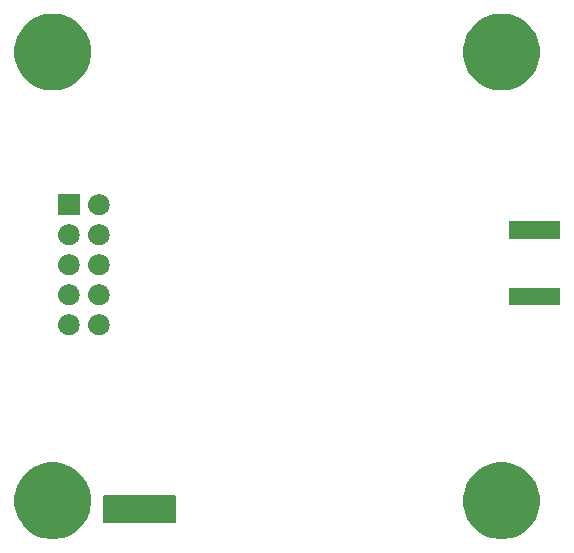
<source format=gbs>
G04 #@! TF.GenerationSoftware,KiCad,Pcbnew,(5.0.2)-1*
G04 #@! TF.CreationDate,2019-01-06T11:57:04+11:00*
G04 #@! TF.ProjectId,MAX2870_Dev_Rev_0,4d415832-3837-4305-9f44-65765f526576,rev?*
G04 #@! TF.SameCoordinates,Original*
G04 #@! TF.FileFunction,Soldermask,Bot*
G04 #@! TF.FilePolarity,Negative*
%FSLAX46Y46*%
G04 Gerber Fmt 4.6, Leading zero omitted, Abs format (unit mm)*
G04 Created by KiCad (PCBNEW (5.0.2)-1) date 6/01/2019 11:57:04*
%MOMM*%
%LPD*%
G01*
G04 APERTURE LIST*
%ADD10C,0.150000*%
%ADD11C,0.100000*%
G04 APERTURE END LIST*
D10*
G04 #@! TO.C,REF\002A\002A*
G36*
X65350000Y-108550000D02*
X71350000Y-108550000D01*
X71350000Y-110800000D01*
X65350000Y-110800000D01*
X65350000Y-108550000D01*
G37*
X65350000Y-108550000D02*
X71350000Y-108550000D01*
X71350000Y-110800000D01*
X65350000Y-110800000D01*
X65350000Y-108550000D01*
D11*
G36*
X61634239Y-105811467D02*
X61948282Y-105873934D01*
X62539926Y-106119001D01*
X62829523Y-106312504D01*
X63072395Y-106474786D01*
X63525214Y-106927605D01*
X63525216Y-106927608D01*
X63880999Y-107460074D01*
X64002724Y-107753944D01*
X64126066Y-108051719D01*
X64251000Y-108679803D01*
X64251000Y-109320197D01*
X64188533Y-109634239D01*
X64126066Y-109948282D01*
X63880999Y-110539926D01*
X63633265Y-110910685D01*
X63525214Y-111072395D01*
X63072395Y-111525214D01*
X63072392Y-111525216D01*
X62539926Y-111880999D01*
X61948282Y-112126066D01*
X61634239Y-112188533D01*
X61320197Y-112251000D01*
X60679803Y-112251000D01*
X60365761Y-112188533D01*
X60051718Y-112126066D01*
X59460074Y-111880999D01*
X58927608Y-111525216D01*
X58927605Y-111525214D01*
X58474786Y-111072395D01*
X58366735Y-110910685D01*
X58119001Y-110539926D01*
X57873934Y-109948282D01*
X57811467Y-109634239D01*
X57749000Y-109320197D01*
X57749000Y-108679803D01*
X57873934Y-108051719D01*
X57997276Y-107753944D01*
X58119001Y-107460074D01*
X58474784Y-106927608D01*
X58474786Y-106927605D01*
X58927605Y-106474786D01*
X59170477Y-106312504D01*
X59460074Y-106119001D01*
X60051718Y-105873934D01*
X60365761Y-105811467D01*
X60679803Y-105749000D01*
X61320197Y-105749000D01*
X61634239Y-105811467D01*
X61634239Y-105811467D01*
G37*
G36*
X99634239Y-105811467D02*
X99948282Y-105873934D01*
X100539926Y-106119001D01*
X100829523Y-106312504D01*
X101072395Y-106474786D01*
X101525214Y-106927605D01*
X101525216Y-106927608D01*
X101880999Y-107460074D01*
X102002724Y-107753944D01*
X102126066Y-108051719D01*
X102251000Y-108679803D01*
X102251000Y-109320197D01*
X102188533Y-109634239D01*
X102126066Y-109948282D01*
X101880999Y-110539926D01*
X101633265Y-110910685D01*
X101525214Y-111072395D01*
X101072395Y-111525214D01*
X101072392Y-111525216D01*
X100539926Y-111880999D01*
X99948282Y-112126066D01*
X99634239Y-112188533D01*
X99320197Y-112251000D01*
X98679803Y-112251000D01*
X98365761Y-112188533D01*
X98051718Y-112126066D01*
X97460074Y-111880999D01*
X96927608Y-111525216D01*
X96927605Y-111525214D01*
X96474786Y-111072395D01*
X96366735Y-110910685D01*
X96119001Y-110539926D01*
X95873934Y-109948282D01*
X95811467Y-109634239D01*
X95749000Y-109320197D01*
X95749000Y-108679803D01*
X95873934Y-108051719D01*
X95997276Y-107753944D01*
X96119001Y-107460074D01*
X96474784Y-106927608D01*
X96474786Y-106927605D01*
X96927605Y-106474786D01*
X97170477Y-106312504D01*
X97460074Y-106119001D01*
X98051718Y-105873934D01*
X98365761Y-105811467D01*
X98679803Y-105749000D01*
X99320197Y-105749000D01*
X99634239Y-105811467D01*
X99634239Y-105811467D01*
G37*
G36*
X62490442Y-93185518D02*
X62556627Y-93192037D01*
X62669853Y-93226384D01*
X62726467Y-93243557D01*
X62865087Y-93317652D01*
X62882991Y-93327222D01*
X62918729Y-93356552D01*
X63020186Y-93439814D01*
X63103448Y-93541271D01*
X63132778Y-93577009D01*
X63132779Y-93577011D01*
X63216443Y-93733533D01*
X63216443Y-93733534D01*
X63267963Y-93903373D01*
X63285359Y-94080000D01*
X63267963Y-94256627D01*
X63233616Y-94369853D01*
X63216443Y-94426467D01*
X63142348Y-94565087D01*
X63132778Y-94582991D01*
X63103448Y-94618729D01*
X63020186Y-94720186D01*
X62918729Y-94803448D01*
X62882991Y-94832778D01*
X62882989Y-94832779D01*
X62726467Y-94916443D01*
X62669853Y-94933616D01*
X62556627Y-94967963D01*
X62490443Y-94974481D01*
X62424260Y-94981000D01*
X62335740Y-94981000D01*
X62269557Y-94974481D01*
X62203373Y-94967963D01*
X62090147Y-94933616D01*
X62033533Y-94916443D01*
X61877011Y-94832779D01*
X61877009Y-94832778D01*
X61841271Y-94803448D01*
X61739814Y-94720186D01*
X61656552Y-94618729D01*
X61627222Y-94582991D01*
X61617652Y-94565087D01*
X61543557Y-94426467D01*
X61526384Y-94369853D01*
X61492037Y-94256627D01*
X61474641Y-94080000D01*
X61492037Y-93903373D01*
X61543557Y-93733534D01*
X61543557Y-93733533D01*
X61627221Y-93577011D01*
X61627222Y-93577009D01*
X61656552Y-93541271D01*
X61739814Y-93439814D01*
X61841271Y-93356552D01*
X61877009Y-93327222D01*
X61894913Y-93317652D01*
X62033533Y-93243557D01*
X62090147Y-93226384D01*
X62203373Y-93192037D01*
X62269558Y-93185518D01*
X62335740Y-93179000D01*
X62424260Y-93179000D01*
X62490442Y-93185518D01*
X62490442Y-93185518D01*
G37*
G36*
X65030442Y-93185518D02*
X65096627Y-93192037D01*
X65209853Y-93226384D01*
X65266467Y-93243557D01*
X65405087Y-93317652D01*
X65422991Y-93327222D01*
X65458729Y-93356552D01*
X65560186Y-93439814D01*
X65643448Y-93541271D01*
X65672778Y-93577009D01*
X65672779Y-93577011D01*
X65756443Y-93733533D01*
X65756443Y-93733534D01*
X65807963Y-93903373D01*
X65825359Y-94080000D01*
X65807963Y-94256627D01*
X65773616Y-94369853D01*
X65756443Y-94426467D01*
X65682348Y-94565087D01*
X65672778Y-94582991D01*
X65643448Y-94618729D01*
X65560186Y-94720186D01*
X65458729Y-94803448D01*
X65422991Y-94832778D01*
X65422989Y-94832779D01*
X65266467Y-94916443D01*
X65209853Y-94933616D01*
X65096627Y-94967963D01*
X65030443Y-94974481D01*
X64964260Y-94981000D01*
X64875740Y-94981000D01*
X64809557Y-94974481D01*
X64743373Y-94967963D01*
X64630147Y-94933616D01*
X64573533Y-94916443D01*
X64417011Y-94832779D01*
X64417009Y-94832778D01*
X64381271Y-94803448D01*
X64279814Y-94720186D01*
X64196552Y-94618729D01*
X64167222Y-94582991D01*
X64157652Y-94565087D01*
X64083557Y-94426467D01*
X64066384Y-94369853D01*
X64032037Y-94256627D01*
X64014641Y-94080000D01*
X64032037Y-93903373D01*
X64083557Y-93733534D01*
X64083557Y-93733533D01*
X64167221Y-93577011D01*
X64167222Y-93577009D01*
X64196552Y-93541271D01*
X64279814Y-93439814D01*
X64381271Y-93356552D01*
X64417009Y-93327222D01*
X64434913Y-93317652D01*
X64573533Y-93243557D01*
X64630147Y-93226384D01*
X64743373Y-93192037D01*
X64809558Y-93185518D01*
X64875740Y-93179000D01*
X64964260Y-93179000D01*
X65030442Y-93185518D01*
X65030442Y-93185518D01*
G37*
G36*
X103951000Y-92451000D02*
X99649000Y-92451000D01*
X99649000Y-90999000D01*
X103951000Y-90999000D01*
X103951000Y-92451000D01*
X103951000Y-92451000D01*
G37*
G36*
X65030443Y-90645519D02*
X65096627Y-90652037D01*
X65209853Y-90686384D01*
X65266467Y-90703557D01*
X65405087Y-90777652D01*
X65422991Y-90787222D01*
X65458729Y-90816552D01*
X65560186Y-90899814D01*
X65641585Y-90999000D01*
X65672778Y-91037009D01*
X65672779Y-91037011D01*
X65756443Y-91193533D01*
X65756443Y-91193534D01*
X65807963Y-91363373D01*
X65825359Y-91540000D01*
X65807963Y-91716627D01*
X65773616Y-91829853D01*
X65756443Y-91886467D01*
X65682348Y-92025087D01*
X65672778Y-92042991D01*
X65643448Y-92078729D01*
X65560186Y-92180186D01*
X65458729Y-92263448D01*
X65422991Y-92292778D01*
X65422989Y-92292779D01*
X65266467Y-92376443D01*
X65209853Y-92393616D01*
X65096627Y-92427963D01*
X65030443Y-92434481D01*
X64964260Y-92441000D01*
X64875740Y-92441000D01*
X64809557Y-92434481D01*
X64743373Y-92427963D01*
X64630147Y-92393616D01*
X64573533Y-92376443D01*
X64417011Y-92292779D01*
X64417009Y-92292778D01*
X64381271Y-92263448D01*
X64279814Y-92180186D01*
X64196552Y-92078729D01*
X64167222Y-92042991D01*
X64157652Y-92025087D01*
X64083557Y-91886467D01*
X64066384Y-91829853D01*
X64032037Y-91716627D01*
X64014641Y-91540000D01*
X64032037Y-91363373D01*
X64083557Y-91193534D01*
X64083557Y-91193533D01*
X64167221Y-91037011D01*
X64167222Y-91037009D01*
X64198415Y-90999000D01*
X64279814Y-90899814D01*
X64381271Y-90816552D01*
X64417009Y-90787222D01*
X64434913Y-90777652D01*
X64573533Y-90703557D01*
X64630147Y-90686384D01*
X64743373Y-90652037D01*
X64809557Y-90645519D01*
X64875740Y-90639000D01*
X64964260Y-90639000D01*
X65030443Y-90645519D01*
X65030443Y-90645519D01*
G37*
G36*
X62490443Y-90645519D02*
X62556627Y-90652037D01*
X62669853Y-90686384D01*
X62726467Y-90703557D01*
X62865087Y-90777652D01*
X62882991Y-90787222D01*
X62918729Y-90816552D01*
X63020186Y-90899814D01*
X63101585Y-90999000D01*
X63132778Y-91037009D01*
X63132779Y-91037011D01*
X63216443Y-91193533D01*
X63216443Y-91193534D01*
X63267963Y-91363373D01*
X63285359Y-91540000D01*
X63267963Y-91716627D01*
X63233616Y-91829853D01*
X63216443Y-91886467D01*
X63142348Y-92025087D01*
X63132778Y-92042991D01*
X63103448Y-92078729D01*
X63020186Y-92180186D01*
X62918729Y-92263448D01*
X62882991Y-92292778D01*
X62882989Y-92292779D01*
X62726467Y-92376443D01*
X62669853Y-92393616D01*
X62556627Y-92427963D01*
X62490443Y-92434481D01*
X62424260Y-92441000D01*
X62335740Y-92441000D01*
X62269557Y-92434481D01*
X62203373Y-92427963D01*
X62090147Y-92393616D01*
X62033533Y-92376443D01*
X61877011Y-92292779D01*
X61877009Y-92292778D01*
X61841271Y-92263448D01*
X61739814Y-92180186D01*
X61656552Y-92078729D01*
X61627222Y-92042991D01*
X61617652Y-92025087D01*
X61543557Y-91886467D01*
X61526384Y-91829853D01*
X61492037Y-91716627D01*
X61474641Y-91540000D01*
X61492037Y-91363373D01*
X61543557Y-91193534D01*
X61543557Y-91193533D01*
X61627221Y-91037011D01*
X61627222Y-91037009D01*
X61658415Y-90999000D01*
X61739814Y-90899814D01*
X61841271Y-90816552D01*
X61877009Y-90787222D01*
X61894913Y-90777652D01*
X62033533Y-90703557D01*
X62090147Y-90686384D01*
X62203373Y-90652037D01*
X62269557Y-90645519D01*
X62335740Y-90639000D01*
X62424260Y-90639000D01*
X62490443Y-90645519D01*
X62490443Y-90645519D01*
G37*
G36*
X62490443Y-88105519D02*
X62556627Y-88112037D01*
X62669853Y-88146384D01*
X62726467Y-88163557D01*
X62865087Y-88237652D01*
X62882991Y-88247222D01*
X62918729Y-88276552D01*
X63020186Y-88359814D01*
X63103448Y-88461271D01*
X63132778Y-88497009D01*
X63132779Y-88497011D01*
X63216443Y-88653533D01*
X63216443Y-88653534D01*
X63267963Y-88823373D01*
X63285359Y-89000000D01*
X63267963Y-89176627D01*
X63233616Y-89289853D01*
X63216443Y-89346467D01*
X63142348Y-89485087D01*
X63132778Y-89502991D01*
X63103448Y-89538729D01*
X63020186Y-89640186D01*
X62918729Y-89723448D01*
X62882991Y-89752778D01*
X62882989Y-89752779D01*
X62726467Y-89836443D01*
X62669853Y-89853616D01*
X62556627Y-89887963D01*
X62490442Y-89894482D01*
X62424260Y-89901000D01*
X62335740Y-89901000D01*
X62269558Y-89894482D01*
X62203373Y-89887963D01*
X62090147Y-89853616D01*
X62033533Y-89836443D01*
X61877011Y-89752779D01*
X61877009Y-89752778D01*
X61841271Y-89723448D01*
X61739814Y-89640186D01*
X61656552Y-89538729D01*
X61627222Y-89502991D01*
X61617652Y-89485087D01*
X61543557Y-89346467D01*
X61526384Y-89289853D01*
X61492037Y-89176627D01*
X61474641Y-89000000D01*
X61492037Y-88823373D01*
X61543557Y-88653534D01*
X61543557Y-88653533D01*
X61627221Y-88497011D01*
X61627222Y-88497009D01*
X61656552Y-88461271D01*
X61739814Y-88359814D01*
X61841271Y-88276552D01*
X61877009Y-88247222D01*
X61894913Y-88237652D01*
X62033533Y-88163557D01*
X62090147Y-88146384D01*
X62203373Y-88112037D01*
X62269557Y-88105519D01*
X62335740Y-88099000D01*
X62424260Y-88099000D01*
X62490443Y-88105519D01*
X62490443Y-88105519D01*
G37*
G36*
X65030443Y-88105519D02*
X65096627Y-88112037D01*
X65209853Y-88146384D01*
X65266467Y-88163557D01*
X65405087Y-88237652D01*
X65422991Y-88247222D01*
X65458729Y-88276552D01*
X65560186Y-88359814D01*
X65643448Y-88461271D01*
X65672778Y-88497009D01*
X65672779Y-88497011D01*
X65756443Y-88653533D01*
X65756443Y-88653534D01*
X65807963Y-88823373D01*
X65825359Y-89000000D01*
X65807963Y-89176627D01*
X65773616Y-89289853D01*
X65756443Y-89346467D01*
X65682348Y-89485087D01*
X65672778Y-89502991D01*
X65643448Y-89538729D01*
X65560186Y-89640186D01*
X65458729Y-89723448D01*
X65422991Y-89752778D01*
X65422989Y-89752779D01*
X65266467Y-89836443D01*
X65209853Y-89853616D01*
X65096627Y-89887963D01*
X65030442Y-89894482D01*
X64964260Y-89901000D01*
X64875740Y-89901000D01*
X64809558Y-89894482D01*
X64743373Y-89887963D01*
X64630147Y-89853616D01*
X64573533Y-89836443D01*
X64417011Y-89752779D01*
X64417009Y-89752778D01*
X64381271Y-89723448D01*
X64279814Y-89640186D01*
X64196552Y-89538729D01*
X64167222Y-89502991D01*
X64157652Y-89485087D01*
X64083557Y-89346467D01*
X64066384Y-89289853D01*
X64032037Y-89176627D01*
X64014641Y-89000000D01*
X64032037Y-88823373D01*
X64083557Y-88653534D01*
X64083557Y-88653533D01*
X64167221Y-88497011D01*
X64167222Y-88497009D01*
X64196552Y-88461271D01*
X64279814Y-88359814D01*
X64381271Y-88276552D01*
X64417009Y-88247222D01*
X64434913Y-88237652D01*
X64573533Y-88163557D01*
X64630147Y-88146384D01*
X64743373Y-88112037D01*
X64809557Y-88105519D01*
X64875740Y-88099000D01*
X64964260Y-88099000D01*
X65030443Y-88105519D01*
X65030443Y-88105519D01*
G37*
G36*
X65030442Y-85565518D02*
X65096627Y-85572037D01*
X65209853Y-85606384D01*
X65266467Y-85623557D01*
X65405087Y-85697652D01*
X65422991Y-85707222D01*
X65458729Y-85736552D01*
X65560186Y-85819814D01*
X65643448Y-85921271D01*
X65672778Y-85957009D01*
X65672779Y-85957011D01*
X65756443Y-86113533D01*
X65756443Y-86113534D01*
X65807963Y-86283373D01*
X65825359Y-86460000D01*
X65807963Y-86636627D01*
X65773616Y-86749853D01*
X65756443Y-86806467D01*
X65682348Y-86945087D01*
X65672778Y-86962991D01*
X65643448Y-86998729D01*
X65560186Y-87100186D01*
X65458729Y-87183448D01*
X65422991Y-87212778D01*
X65422989Y-87212779D01*
X65266467Y-87296443D01*
X65209853Y-87313616D01*
X65096627Y-87347963D01*
X65030443Y-87354481D01*
X64964260Y-87361000D01*
X64875740Y-87361000D01*
X64809557Y-87354481D01*
X64743373Y-87347963D01*
X64630147Y-87313616D01*
X64573533Y-87296443D01*
X64417011Y-87212779D01*
X64417009Y-87212778D01*
X64381271Y-87183448D01*
X64279814Y-87100186D01*
X64196552Y-86998729D01*
X64167222Y-86962991D01*
X64157652Y-86945087D01*
X64083557Y-86806467D01*
X64066384Y-86749853D01*
X64032037Y-86636627D01*
X64014641Y-86460000D01*
X64032037Y-86283373D01*
X64083557Y-86113534D01*
X64083557Y-86113533D01*
X64167221Y-85957011D01*
X64167222Y-85957009D01*
X64196552Y-85921271D01*
X64279814Y-85819814D01*
X64381271Y-85736552D01*
X64417009Y-85707222D01*
X64434913Y-85697652D01*
X64573533Y-85623557D01*
X64630147Y-85606384D01*
X64743373Y-85572037D01*
X64809558Y-85565518D01*
X64875740Y-85559000D01*
X64964260Y-85559000D01*
X65030442Y-85565518D01*
X65030442Y-85565518D01*
G37*
G36*
X62490442Y-85565518D02*
X62556627Y-85572037D01*
X62669853Y-85606384D01*
X62726467Y-85623557D01*
X62865087Y-85697652D01*
X62882991Y-85707222D01*
X62918729Y-85736552D01*
X63020186Y-85819814D01*
X63103448Y-85921271D01*
X63132778Y-85957009D01*
X63132779Y-85957011D01*
X63216443Y-86113533D01*
X63216443Y-86113534D01*
X63267963Y-86283373D01*
X63285359Y-86460000D01*
X63267963Y-86636627D01*
X63233616Y-86749853D01*
X63216443Y-86806467D01*
X63142348Y-86945087D01*
X63132778Y-86962991D01*
X63103448Y-86998729D01*
X63020186Y-87100186D01*
X62918729Y-87183448D01*
X62882991Y-87212778D01*
X62882989Y-87212779D01*
X62726467Y-87296443D01*
X62669853Y-87313616D01*
X62556627Y-87347963D01*
X62490443Y-87354481D01*
X62424260Y-87361000D01*
X62335740Y-87361000D01*
X62269557Y-87354481D01*
X62203373Y-87347963D01*
X62090147Y-87313616D01*
X62033533Y-87296443D01*
X61877011Y-87212779D01*
X61877009Y-87212778D01*
X61841271Y-87183448D01*
X61739814Y-87100186D01*
X61656552Y-86998729D01*
X61627222Y-86962991D01*
X61617652Y-86945087D01*
X61543557Y-86806467D01*
X61526384Y-86749853D01*
X61492037Y-86636627D01*
X61474641Y-86460000D01*
X61492037Y-86283373D01*
X61543557Y-86113534D01*
X61543557Y-86113533D01*
X61627221Y-85957011D01*
X61627222Y-85957009D01*
X61656552Y-85921271D01*
X61739814Y-85819814D01*
X61841271Y-85736552D01*
X61877009Y-85707222D01*
X61894913Y-85697652D01*
X62033533Y-85623557D01*
X62090147Y-85606384D01*
X62203373Y-85572037D01*
X62269558Y-85565518D01*
X62335740Y-85559000D01*
X62424260Y-85559000D01*
X62490442Y-85565518D01*
X62490442Y-85565518D01*
G37*
G36*
X103951000Y-86801000D02*
X99649000Y-86801000D01*
X99649000Y-85349000D01*
X103951000Y-85349000D01*
X103951000Y-86801000D01*
X103951000Y-86801000D01*
G37*
G36*
X65030442Y-83025518D02*
X65096627Y-83032037D01*
X65209853Y-83066384D01*
X65266467Y-83083557D01*
X65405087Y-83157652D01*
X65422991Y-83167222D01*
X65458729Y-83196552D01*
X65560186Y-83279814D01*
X65643448Y-83381271D01*
X65672778Y-83417009D01*
X65672779Y-83417011D01*
X65756443Y-83573533D01*
X65756443Y-83573534D01*
X65807963Y-83743373D01*
X65825359Y-83920000D01*
X65807963Y-84096627D01*
X65773616Y-84209853D01*
X65756443Y-84266467D01*
X65682348Y-84405087D01*
X65672778Y-84422991D01*
X65643448Y-84458729D01*
X65560186Y-84560186D01*
X65458729Y-84643448D01*
X65422991Y-84672778D01*
X65422989Y-84672779D01*
X65266467Y-84756443D01*
X65209853Y-84773616D01*
X65096627Y-84807963D01*
X65030442Y-84814482D01*
X64964260Y-84821000D01*
X64875740Y-84821000D01*
X64809558Y-84814482D01*
X64743373Y-84807963D01*
X64630147Y-84773616D01*
X64573533Y-84756443D01*
X64417011Y-84672779D01*
X64417009Y-84672778D01*
X64381271Y-84643448D01*
X64279814Y-84560186D01*
X64196552Y-84458729D01*
X64167222Y-84422991D01*
X64157652Y-84405087D01*
X64083557Y-84266467D01*
X64066384Y-84209853D01*
X64032037Y-84096627D01*
X64014641Y-83920000D01*
X64032037Y-83743373D01*
X64083557Y-83573534D01*
X64083557Y-83573533D01*
X64167221Y-83417011D01*
X64167222Y-83417009D01*
X64196552Y-83381271D01*
X64279814Y-83279814D01*
X64381271Y-83196552D01*
X64417009Y-83167222D01*
X64434913Y-83157652D01*
X64573533Y-83083557D01*
X64630147Y-83066384D01*
X64743373Y-83032037D01*
X64809558Y-83025518D01*
X64875740Y-83019000D01*
X64964260Y-83019000D01*
X65030442Y-83025518D01*
X65030442Y-83025518D01*
G37*
G36*
X63281000Y-84821000D02*
X61479000Y-84821000D01*
X61479000Y-83019000D01*
X63281000Y-83019000D01*
X63281000Y-84821000D01*
X63281000Y-84821000D01*
G37*
G36*
X61634239Y-67811467D02*
X61948282Y-67873934D01*
X62539926Y-68119001D01*
X62829523Y-68312504D01*
X63072395Y-68474786D01*
X63525214Y-68927605D01*
X63525216Y-68927608D01*
X63880999Y-69460074D01*
X64002724Y-69753944D01*
X64126066Y-70051719D01*
X64251000Y-70679803D01*
X64251000Y-71320197D01*
X64188533Y-71634239D01*
X64126066Y-71948282D01*
X63880999Y-72539926D01*
X63633265Y-72910685D01*
X63525214Y-73072395D01*
X63072395Y-73525214D01*
X63072392Y-73525216D01*
X62539926Y-73880999D01*
X61948282Y-74126066D01*
X61634239Y-74188533D01*
X61320197Y-74251000D01*
X60679803Y-74251000D01*
X60365761Y-74188533D01*
X60051718Y-74126066D01*
X59460074Y-73880999D01*
X58927608Y-73525216D01*
X58927605Y-73525214D01*
X58474786Y-73072395D01*
X58366735Y-72910685D01*
X58119001Y-72539926D01*
X57873934Y-71948282D01*
X57811467Y-71634239D01*
X57749000Y-71320197D01*
X57749000Y-70679803D01*
X57873934Y-70051719D01*
X57997276Y-69753944D01*
X58119001Y-69460074D01*
X58474784Y-68927608D01*
X58474786Y-68927605D01*
X58927605Y-68474786D01*
X59170477Y-68312504D01*
X59460074Y-68119001D01*
X60051718Y-67873934D01*
X60365761Y-67811467D01*
X60679803Y-67749000D01*
X61320197Y-67749000D01*
X61634239Y-67811467D01*
X61634239Y-67811467D01*
G37*
G36*
X99634239Y-67811467D02*
X99948282Y-67873934D01*
X100539926Y-68119001D01*
X100829523Y-68312504D01*
X101072395Y-68474786D01*
X101525214Y-68927605D01*
X101525216Y-68927608D01*
X101880999Y-69460074D01*
X102002724Y-69753944D01*
X102126066Y-70051719D01*
X102251000Y-70679803D01*
X102251000Y-71320197D01*
X102188533Y-71634239D01*
X102126066Y-71948282D01*
X101880999Y-72539926D01*
X101633265Y-72910685D01*
X101525214Y-73072395D01*
X101072395Y-73525214D01*
X101072392Y-73525216D01*
X100539926Y-73880999D01*
X99948282Y-74126066D01*
X99634239Y-74188533D01*
X99320197Y-74251000D01*
X98679803Y-74251000D01*
X98365761Y-74188533D01*
X98051718Y-74126066D01*
X97460074Y-73880999D01*
X96927608Y-73525216D01*
X96927605Y-73525214D01*
X96474786Y-73072395D01*
X96366735Y-72910685D01*
X96119001Y-72539926D01*
X95873934Y-71948282D01*
X95811467Y-71634239D01*
X95749000Y-71320197D01*
X95749000Y-70679803D01*
X95873934Y-70051719D01*
X95997276Y-69753944D01*
X96119001Y-69460074D01*
X96474784Y-68927608D01*
X96474786Y-68927605D01*
X96927605Y-68474786D01*
X97170477Y-68312504D01*
X97460074Y-68119001D01*
X98051718Y-67873934D01*
X98365761Y-67811467D01*
X98679803Y-67749000D01*
X99320197Y-67749000D01*
X99634239Y-67811467D01*
X99634239Y-67811467D01*
G37*
M02*

</source>
